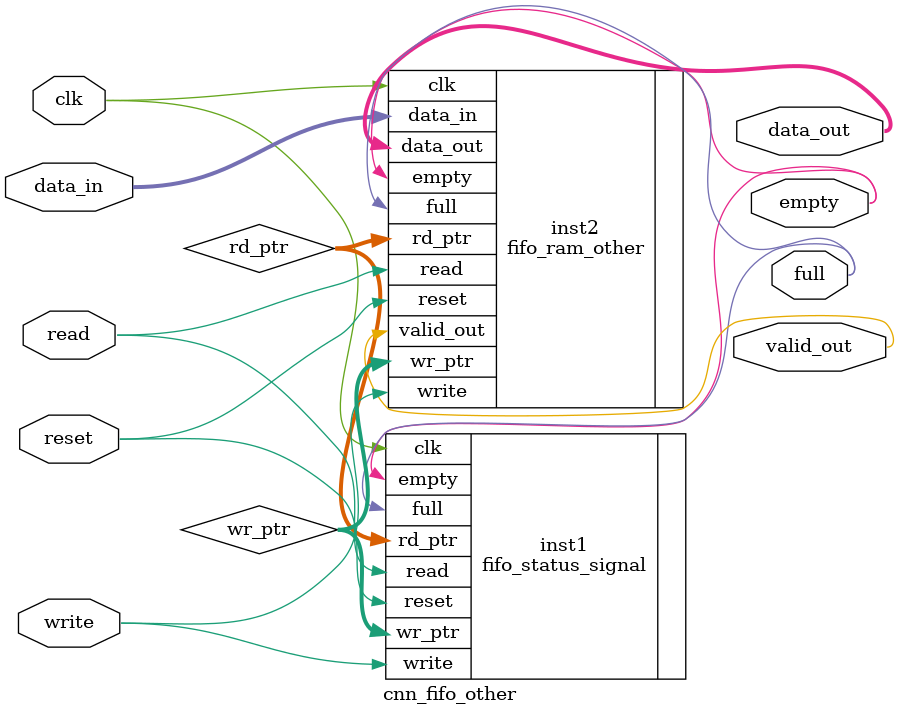
<source format=v>
module cnn_fifo_other (
	//input
	 clk
	,reset
	,write
	,read
	,data_in
	//output
	,data_out
	,valid_out
	,full
	,empty
);

/////////////////////////////////////////////////////////////////////////
// Parameter
parameter DATA_WIDTH    = 32;
parameter DATA_DEPTH    = 13;
parameter POINTER_WIDTH = 4;

/////////////////////////////////////////////////////////////////////////
// Input
input                  clk    ;
input                  reset  ;
input                  write  ;
input                  read   ;
input [DATA_WIDTH-1:0] data_in;

/////////////////////////////////////////////////////////////////////////
// Output
output [DATA_WIDTH-1:0] data_out ;
output                  valid_out;
output                  full     ;
output                  empty    ;

/////////////////////////////////////////////////////////////////////////
// Logic
wire                  clk    ;
wire                  reset  ;
wire                  write  ;
wire                  read   ;
wire [DATA_WIDTH-1:0] data_in;

wire [DATA_WIDTH-1:0] data_out ;
wire                  valid_out;
wire                  full     ;
wire                  empty    ;

wire [POINTER_WIDTH-1:0] wr_ptr;
wire [POINTER_WIDTH-1:0] rd_ptr;

fifo_status_signal #(
	.DATA_DEPTH   (DATA_DEPTH   ),
	.POINTER_WIDTH(POINTER_WIDTH)
) inst1 (
	//input
	.reset (reset ),
	.clk   (clk   ),
	.write (write ),
	.read  (read  ),
	.wr_ptr(wr_ptr),
	.rd_ptr(rd_ptr),
	//output
	.full  (full  ),
	.empty (empty )
);

fifo_ram_other #(
	.DATA_WIDTH   (DATA_WIDTH   ),
	.DATA_DEPTH   (DATA_DEPTH   ),
	.POINTER_WIDTH(POINTER_WIDTH)
) inst2 (
	//input
	.clk      (clk      ),
	.reset    (reset    ),
	.write    (write    ),
	.read     (read     ),
	.full     (full     ),
	.empty    (empty    ),
	.wr_ptr   (wr_ptr   ),
	.rd_ptr   (rd_ptr   ),
	.data_in  (data_in  ),
	//output
	.data_out (data_out ),
	.valid_out(valid_out)
);

endmodule
</source>
